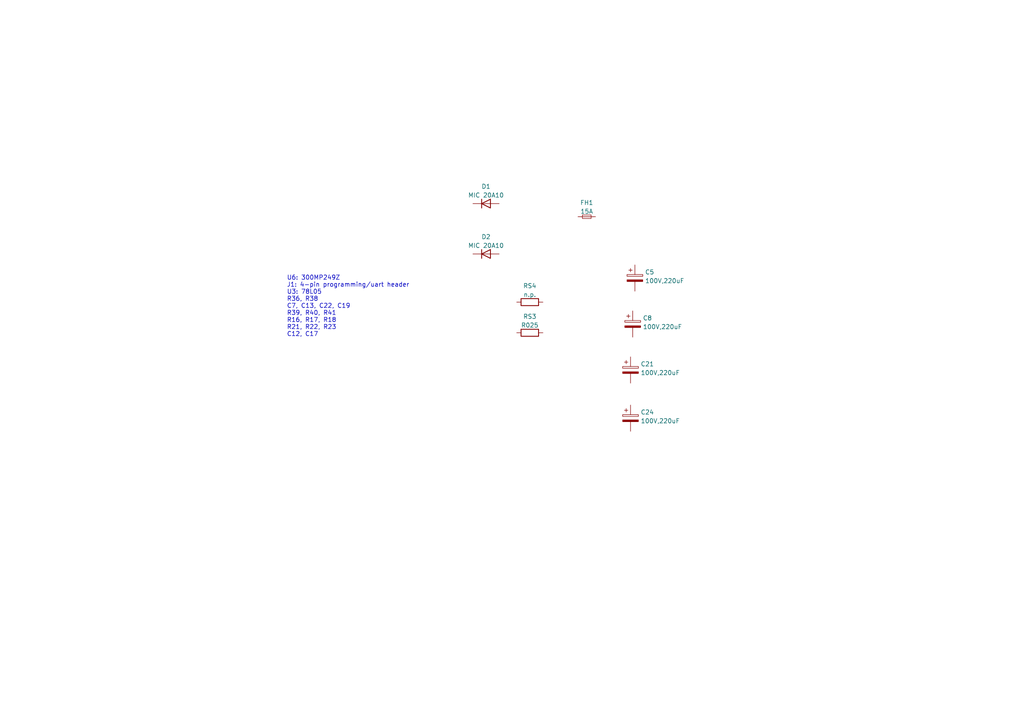
<source format=kicad_sch>
(kicad_sch (version 20211123) (generator eeschema)
  (paper "A4")
  (lib_symbols
    (symbol "Device:C_Polarized" (pin_numbers hide) (pin_names (offset 0.254))
      (property "Reference" "C" (at 0.635 2.54 0))
      (property "Value" "C_Polarized" (at 0.635 -2.54 0))
      (symbol "C_Polarized_0_1"
        (rectangle (start -2.286 0.508) (end 2.286 1.016))
        (polyline (pts (xy -1.778 2.286) (xy -0.762 2.286)))
        (polyline (pts (xy -1.27 2.794) (xy -1.27 1.778)))
        (rectangle (start 2.286 -0.508) (end -2.286 -1.016) (fill (type outline)))
      )
      (symbol "C_Polarized_1_1"
        (pin passive line (at 0 3.81 270) (length 2.794) (name "~") (number "1"))
        (pin passive line (at 0 -3.81 90) (length 2.794) (name "~") (number "2"))
      )
    )
    (symbol "Device:D" (pin_numbers hide) (pin_names (offset 1.016) hide)
      (property "Reference" "D" (at 0 2.54 0))
      (property "Value" "D" (at 0 -2.54 0))
      (symbol "D_0_1"
        (polyline (pts (xy -1.27 1.27) (xy -1.27 -1.27)) (stroke (width 0.254)))
        (polyline (pts (xy 1.27 0) (xy -1.27 0)))
        (polyline (pts (xy 1.27 1.27) (xy 1.27 -1.27) (xy -1.27 0) (xy 1.27 1.27)) (stroke (width 0.254)))
      )
      (symbol "D_1_1"
        (pin passive line (at -3.81 0 0) (length 2.54) (name "K") (number "1"))
        (pin passive line (at 3.81 0 180) (length 2.54) (name "A") (number "2"))
      )
    )
    (symbol "Device:Fuse_Small" (pin_numbers hide) (pin_names (offset 0.254) hide)
      (property "Reference" "F" (at 0 -1.524 0))
      (property "Value" "Fuse_Small" (at 0 1.524 0))
      (symbol "Fuse_Small_0_1"
        (rectangle (start -1.27 0.508) (end 1.27 -0.508))
        (polyline (pts (xy -1.27 0) (xy 1.27 0)))
      )
      (symbol "Fuse_Small_1_1"
        (pin passive line (at -2.54 0 0) (length 1.27) (name "~") (number "1"))
        (pin passive line (at 2.54 0 180) (length 1.27) (name "~") (number "2"))
      )
    )
    (symbol "Device:R" (pin_numbers hide) (pin_names (offset 0))
      (property "Reference" "R" (at 2.032 0 90))
      (property "Value" "R" (at 0 0 90))
      (symbol "R_0_1"
        (rectangle (start -1.016 -2.54) (end 1.016 2.54) (stroke (width 0.254)))
      )
      (symbol "R_1_1"
        (pin passive line (at 0 3.81 270) (length 1.27) (name "~") (number "1"))
        (pin passive line (at 0 -3.81 90) (length 1.27) (name "~") (number "2"))
      )
    )
  )
  (text "U6: 300MP249Z\nJ1: 4-pin programming/uart header\nU3: 78L05\nR36, R38\nC7, C13, C22, C19\nR39, R40, R41\nR16, R17, R18\nR21, R22, R23\nC12, C17" (at 83.185 97.79 0) (effects (font (size 1.27 1.27)) (justify left bottom)))
  (symbol (lib_id "Device:C_Polarized") (at 184.15 80.645 0) (unit 1)
    (property "Reference" "C5" (at 187.071 78.9213 0) (effects (justify left)))
    (property "Value" "100V,220uF" (at 187.071 81.4582 0) (effects (justify left)))
  )
  (symbol (lib_id "Device:R") (at 153.67 96.52 90) (unit 1)
    (property "Reference" "RS3" (at 153.67 91.8042 90))
    (property "Value" "R025" (at 153.67 94.3411 90))
  )
  (symbol (lib_id "Device:D") (at 140.97 59.055 0) (unit 1)
    (property "Reference" "D1" (at 140.97 54.0852 0))
    (property "Value" "MIC 20A10" (at 140.97 56.6221 0))
  )
  (symbol (lib_id "Device:C_Polarized") (at 182.88 107.315 0) (unit 1)
    (property "Reference" "C21" (at 185.801 105.5913 0) (effects (justify left)))
    (property "Value" "100V,220uF" (at 185.801 108.1282 0) (effects (justify left)))
  )
  (symbol (lib_id "Device:R") (at 153.67 87.63 90) (unit 1)
    (property "Reference" "RS4" (at 153.67 82.9142 90))
    (property "Value" "n.p." (at 153.67 85.4511 90))
  )
  (symbol (lib_id "Device:C_Polarized") (at 182.88 121.285 0) (unit 1)
    (property "Reference" "C24" (at 185.801 119.5613 0) (effects (justify left)))
    (property "Value" "100V,220uF" (at 185.801 122.0982 0) (effects (justify left)))
  )
  (symbol (lib_id "Device:D") (at 140.97 73.66 0) (unit 1)
    (property "Reference" "D2" (at 140.97 68.6902 0))
    (property "Value" "MIC 20A10" (at 140.97 71.2271 0))
  )
  (symbol (lib_id "Device:C_Polarized") (at 183.515 93.98 0) (unit 1)
    (property "Reference" "C8" (at 186.436 92.2563 0) (effects (justify left)))
    (property "Value" "100V,220uF" (at 186.436 94.7932 0) (effects (justify left)))
  )
  (symbol (lib_id "Device:Fuse_Small") (at 170.18 62.865 0) (unit 1)
    (property "Reference" "FH1" (at 170.18 58.7842 0))
    (property "Value" "15A" (at 170.18 61.3211 0))
  )
)
</source>
